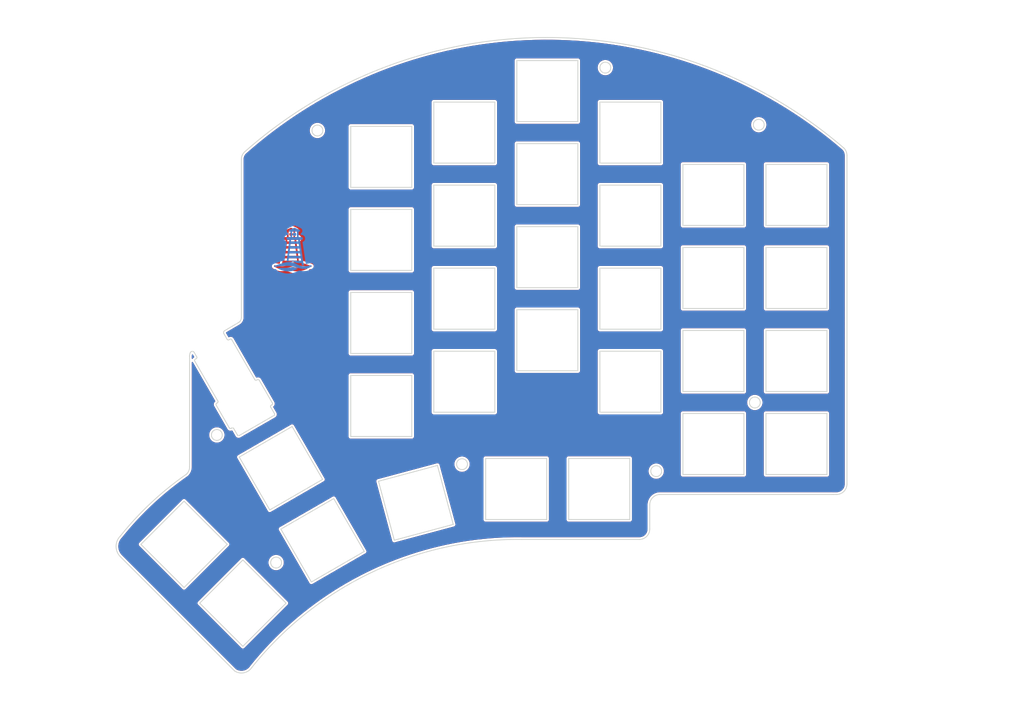
<source format=kicad_pcb>
(kicad_pcb (version 20240108) (generator "pcbnew") (generator_version "8.0")
  (layers (0 "F.Cu" signal) (31 "B.Cu" signal) (34 "B.Paste" user) (35 "F.Paste" user) (36 "B.SilkS" user "B.Silkscreen") (37 "F.SilkS" user "F.Silkscreen") (38 "B.Mask" user) (39 "F.Mask" user) (44 "Edge.Cuts" user))
  (net 0 "")
  (footprint "Keyboard_Components:Crab" (layer "F.Cu") (at 94.234761 61.549277)
    (property "Reference" "G***" (hide yes))
    (property "Value" "Crab")
  )
  (footprint "Keyboard_Components:Leuchtturm_10x10" (layer "F.Cu") (at 94.82 77.16)
    (property "Reference" "Ref**" (hide yes))
    (property "Value" "Val**" (hide yes))
    (fp_poly (pts (xy -0.767892 -3.86589) (xy -0.659525 -3.812401) (xy -0.575477 -3.724979) (xy -0.548512 -3.679429) (xy -0.513844 -3.571208) (xy -0.509172 -3.452542) (xy -0.533398 -3.338219) (xy -0.580468 -3.249321) (xy -0.670653 -3.163931) (xy -0.780952 -3.111237) (xy -0.902044 -3.093509) (xy -1.024606 -3.113018) (xy -1.068917 -3.130339) (xy -1.174324 -3.19738) (xy -1.245416 -3.287226) (xy -1.280307 -3.379015) (xy -1.295669 -3.512702) (xy -1.27401 -3.63339) (xy -1.219197 -3.735968) (xy -1.135099 -3.815328) (xy -1.025584 -3.866358) (xy -0.898038 -3.88396) (xy -0.767892 -3.86589)) (stroke (width 0.01)) (fill solid) (layer "F.Cu"))
    (fp_poly (pts (xy -0.232833 4.05055) (xy -0.069437 4.086895) (xy 0.098444 4.118097) (xy 0.275389 4.144537) (xy 0.465978 4.166596) (xy 0.674791 4.184656) (xy 0.906409 4.199096) (xy 1.165411 4.210298) (xy 1.456379 4.218642) (xy 1.783892 4.224509) (xy 1.87325 4.225648) (xy 2.091108 4.228316) (xy 2.270576 4.23082) (xy 2.415594 4.233377) (xy 2.530102 4.236201) (xy 2.618041 4.239509) (xy 2.683353 4.243517) (xy 2.729977 4.248441) (xy 2.761855 4.254497) (xy 2.782928 4.2619) (xy 2.797135 4.270867) (xy 2.803538 4.276629) (xy 2.831498 4.315735) (xy 2.829095 4.360686) (xy 2.824234 4.375751) (xy 2.810303 4.4023) (xy 2.784209 4.427477) (xy 2.73947 4.455148) (xy 2.669602 4.48918) (xy 2.568122 4.533439) (xy 2.539529 4.545512) (xy 2.072209 4.721466) (xy 1.607204 4.855193) (xy 1.144381 4.946732) (xy 1.030791 4.962797) (xy 0.886516 4.977228) (xy 0.719153 4.98688) (xy 0.539436 4.991755) (xy 0.358102 4.991858) (xy 0.185887 4.987192) (xy 0.033524 4.97776) (xy -0.08825 4.963567) (xy -0.09525 4.962413) (xy -0.311546 4.917002) (xy -0.548414 4.849996) (xy -0.809429 4.760204) (xy -1.098161 4.646438) (xy -1.291167 4.563996) (xy -1.398819 4.515976) (xy -1.473126 4.480154) (xy -1.519984 4.452851) (xy -1.545291 4.430385) (xy -1.554943 4.409078) (xy -1.55575 4.398898) (xy -1.551221 4.374698) (xy -1.532881 4.353821) (xy -1.493595 4.332037) (xy -1.426234 4.305114) (xy -1.354667 4.279586) (xy -1.262785 4.248515) (xy -1.142992 4.209442) (xy -1.007958 4.166425) (xy -0.870351 4.123522) (xy -0.804333 4.103317) (xy -0.455083 3.997212) (xy -0.232833 4.05055)) (stroke (width 0.01)) (fill solid) (layer "F.Cu"))
    (fp_poly (pts (xy 0.504911 2.875718) (xy 0.707311 2.889824) (xy 0.88882 2.912445) (xy 0.910167 2.915994) (xy 1.201964 2.973193) (xy 1.525656 3.04952) (xy 1.876176 3.143468) (xy 2.248458 3.253527) (xy 2.637434 3.378188) (xy 3.038037 3.515941) (xy 3.445201 3.665279) (xy 3.514505 3.691632) (xy 3.639635 3.742358) (xy 3.727303 3.785926) (xy 3.781043 3.825739) (xy 3.804386 3.865203) (xy 3.800866 3.907721) (xy 3.780163 3.947634) (xy 3.769543 3.964871) (xy 3.759627 3.978517) (xy 3.746066 3.988346) (xy 3.724511 3.994134) (xy 3.690612 3.995657) (xy 3.640019 3.99269) (xy 3.568384 3.985009) (xy 3.471357 3.972389) (xy 3.344588 3.954605) (xy 3.183728 3.931434) (xy 3.026833 3.908761) (xy 2.644182 3.856085) (xy 2.29346 3.81342) (xy 1.965643 3.780059) (xy 1.651706 3.755294) (xy 1.342625 3.73842) (xy 1.029375 3.728729) (xy 0.702932 3.725513) (xy 0.687917 3.725509) (xy 0.479044 3.726593) (xy 0.295556 3.730575) (xy 0.130715 3.738638) (xy -0.022215 3.751967) (xy -0.16997 3.771746) (xy -0.319287 3.799156) (xy -0.476902 3.835383) (xy -0.649551 3.881609) (xy -0.843971 3.939018) (xy -1.066898 4.008794) (xy -1.23825 4.063923) (xy -1.572339 4.16861) (xy -1.870055 4.254351) (xy -2.132708 4.321487) (xy -2.361608 4.370363) (xy -2.486891 4.391608) (xy -2.601848 4.405702) (xy -2.73981 4.417795) (xy -2.889206 4.427343) (xy -3.038462 4.433798) (xy -3.176007 4.436615) (xy -3.290269 4.435248) (xy -3.344333 4.43206) (xy -3.644205 4.387152) (xy -3.938353 4.305475) (xy -4.233341 4.185076) (xy -4.324676 4.14025) (xy -4.487102 4.054875) (xy -4.612571 3.982794) (xy -4.703684 3.922232) (xy -4.763047 3.871413) (xy -4.79326 3.828562) (xy -4.796732 3.818231) (xy -4.798439 3.735473) (xy -4.765134 3.663049) (xy -4.716636 3.62119) (xy -4.692115 3.609868) (xy -4.663797 3.604594) (xy -4.62448 3.606265) (xy -4.56696 3.615779) (xy -4.484036 3.634035) (xy -4.368505 3.661931) (xy -4.346499 3.667353) (xy -3.988422 3.746032) (xy -3.651989 3.799195) (xy -3.326205 3.828284) (xy -3.069167 3.835195) (xy -2.835477 3.830171) (xy -2.628514 3.813198) (xy -2.438154 3.781672) (xy -2.254273 3.732995) (xy -2.06675 3.664563) (xy -1.865459 3.573777) (xy -1.67651 3.477373) (xy -1.451886 3.3592) (xy -1.258555 3.260097) (xy -1.091183 3.177908) (xy -0.944436 3.110476) (xy -0.812982 3.055644) (xy -0.691485 3.011256) (xy -0.574612 2.975156) (xy -0.45703 2.945185) (xy -0.333405 2.919189) (xy -0.264583 2.906458) (xy -0.103126 2.885496) (xy 0.087243 2.873453) (xy 0.294072 2.870227) (xy 0.504911 2.875718)) (stroke (width 0.01)) (fill solid) (layer "F.Cu"))
    (fp_poly (pts (xy -0.862721 -4.986164) (xy -0.787898 -4.959194) (xy -0.681353 -4.915787) (xy -0.546143 -4.857219) (xy -0.385323 -4.78477) (xy -0.257145 -4.725545) (xy -0.080556 -4.642777) (xy 0.061055 -4.574867) (xy 0.171281 -4.519229) (xy 0.253717 -4.473279) (xy 0.311955 -4.434432) (xy 0.349592 -4.400102) (xy 0.37022 -4.367705) (xy 0.377433 -4.334656) (xy 0.374826 -4.29837) (xy 0.370134 -4.27438) (xy 0.334104 -4.199037) (xy 0.265745 -4.150118) (xy 0.166506 -4.128527) (xy 0.134729 -4.1275) (xy 0.021167 -4.1275) (xy 0.021167 -2.8575) (xy 0.35315 -2.8575) (xy 0.511764 -2.855408) (xy 0.634278 -2.847839) (xy 0.726779 -2.83285) (xy 0.795352 -2.808501) (xy 0.846083 -2.77285) (xy 0.885058 -2.723955) (xy 0.908894 -2.680212) (xy 0.942995 -2.59149) (xy 0.948169 -2.513956) (xy 0.924572 -2.429265) (xy 0.911292 -2.398367) (xy 0.867114 -2.325893) (xy 0.806624 -2.274864) (xy 0.723323 -2.24251) (xy 0.610711 -2.226064) (xy 0.49826 -2.2225) (xy 0.397065 -2.22079) (xy 0.333246 -2.215238) (xy 0.301966 -2.205207) (xy 0.296791 -2.196042) (xy 0.299421 -2.171986) (xy 0.306971 -2.108573) (xy 0.319115 -2.008453) (xy 0.335524 -1.874276) (xy 0.355871 -1.708693) (xy 0.37983 -1.514353) (xy 0.407072 -1.293907) (xy 0.437271 -1.050003) (xy 0.4701 -0.785293) (xy 0.50523 -0.502426) (xy 0.542335 -0.204053) (xy 0.581087 0.107177) (xy 0.600704 0.264583) (xy 0.640076 0.580684) (xy 0.6779 0.884909) (xy 0.713855 1.17464) (xy 0.74762 1.447259) (xy 0.77887 1.700145) (xy 0.807286 1.930682) (xy 0.832544 2.136248) (xy 0.854322 2.314227) (xy 0.872299 2.461999) (xy 0.886153 2.576946) (xy 0.895561 2.656448) (xy 0.900201 2.697886) (xy 0.900631 2.703518) (xy 0.879718 2.702654) (xy 0.828427 2.69576) (xy 0.76076 2.684813) (xy 0.691575 2.676723) (xy 0.591176 2.66997) (xy 0.470674 2.665068) (xy 0.34118 2.662532) (xy 0.275167 2.662316) (xy -0.051105 2.674939) (xy -0.351667 2.712422) (xy -0.636622 2.777051) (xy -0.916076 2.871116) (xy -1.198313 2.996011) (xy -1.433543 3.1115) (xy -2.534503 3.1115) (xy -2.571115 3.353699) (xy -2.586539 3.458631) (xy -2.600423 3.530219) (xy -2.620393 3.575517) (xy -2.654079 3.601581) (xy -2.709107 3.615465) (xy -2.793107 3.624223) (xy -2.870801 3.630863) (xy -2.948807 3.637335) (xy -2.993238 3.637727) (xy -3.01267 3.629874) (xy -3.01568 3.611613) (xy -3.0132 3.594931) (xy -3.009083 3.568335) (xy -2.999064 3.502348) (xy -2.983513 3.399441) (xy -2.962802 3.26209) (xy -2.937304 3.092768) (xy -2.907391 2.893948) (xy -2.873433 2.668104) (xy -2.857363 2.561167) (xy -2.454275 2.561167) (xy -0.982295 2.561167) (xy -0.696809 2.561122) (xy -0.450765 2.560939) (xy -0.24127 2.560544) (xy -0.065432 2.559864) (xy 0.079641 2.558826) (xy 0.196841 2.557356) (xy 0.289061 2.555382) (xy 0.359191 2.552829) (xy 0.410124 2.549625) (xy 0.444753 2.545695) (xy 0.465969 2.540968) (xy 0.476665 2.535369) (xy 0.479732 2.528826) (xy 0.479032 2.524125) (xy 0.472501 2.488854) (xy 0.462975 2.421684) (xy 0.451822 2.332827) (xy 0.442203 2.248958) (xy 0.416028 2.010833) (xy -0.977319 2.010833) (xy -1.215912 2.010993) (xy -1.441604 2.011454) (xy -1.650903 2.012189) (xy -1.840316 2.013172) (xy -2.006352 2.014374) (xy -2.145516 2.01577) (xy -2.254316 2.017331) (xy -2.32926 2.019032) (xy -2.366854 2.020843) (xy -2.370667 2.021644) (xy -2.373703 2.045915) (xy -2.381762 2.101684) (xy -2.393267 2.178635) (xy -2.406645 2.266452) (xy -2.420321 2.354816) (xy -2.432718 2.433412) (xy -2.442262 2.491922) (xy -2.444149 2.502958) (xy -2.454275 2.561167) (xy -2.857363 2.561167) (xy -2.835804 2.417709) (xy -2.794875 2.145238) (xy -2.751018 1.853164) (xy -2.704604 1.54396) (xy -2.692081 1.4605) (xy -2.287918 1.4605) (xy -0.974626 1.4605) (xy -0.705951 1.460446) (xy -0.476528 1.460227) (xy -0.283275 1.459755) (xy -0.123109 1.458943) (xy 0.007051 1.457706) (xy 0.110286 1.455954) (xy 0.189679 1.453603) (xy 0.248312 1.450564) (xy 0.289266 1.44675) (xy 0.315623 1.442075) (xy 0.330464 1.436452) (xy 0.336873 1.429794) (xy 0.337996 1.423458) (xy 0.334947 1.387812) (xy 0.327247 1.320887) (xy 0.316171 1.233322) (xy 0.306917 1.164167) (xy 0.294274 1.069823) (xy 0.284066 0.989963) (xy 0.277547 0.934629) (xy 0.275837 0.915458) (xy 0.267475 0.90968) (xy 0.240927 0.90475) (xy 0.193527 0.900611) (xy 0.122611 0.897206) (xy 0.025512 0.894478) (xy -0.100435 0.89237) (xy -0.257894 0.890825) (xy -0.449533 0.889787) (xy -0.678016 0.889197) (xy -0.946008 0.889) (xy -0.963083 0.889) (xy -1.187667 0.889179) (xy -1.399137 0.889696) (xy -1.59379 0.890518) (xy -1.767921 0.891612) (xy -1.917824 0.892946) (xy -2.039795 0.894488) (xy -2.130128 0.896206) (xy -2.185119 0.898067) (xy -2.201333 0.899811) (xy -2.204374 0.92385) (xy -2.212478 0.979717) (xy -2.224122 1.05742) (xy -2.23778 1.146969) (xy -2.251928 1.238374) (xy -2.26504 1.321645) (xy -2.275592 1.38679) (xy -2.276412 1.391708) (xy -2.287918 1.4605) (xy -2.692081 1.4605) (xy -2.656006 1.220101) (xy -2.605596 0.884059) (xy -2.582528 0.73025) (xy -2.531361 0.389154) (xy -2.521401 0.322792) (xy -2.116282 0.322792) (xy -2.095827 0.325763) (xy -2.036864 0.328554) (xy -1.94322 0.331111) (xy -1.818719 0.333382) (xy -1.667188 0.335316) (xy -1.492452 0.336858) (xy -1.298337 0.337958) (xy -1.088669 0.338563) (xy -0.956313 0.338667) (xy 0.20404 0.338667) (xy 0.174764 0.079375) (xy 0.162813 -0.022622) (xy 0.15173 -0.110288) (xy 0.142729 -0.174469) (xy 0.137022 -0.206008) (xy 0.136908 -0.206375) (xy 0.126276 -0.212554) (xy 0.096825 -0.217762) (xy 0.04572 -0.222068) (xy -0.029876 -0.225541) (xy -0.1328 -0.228249) (xy -0.265887 -0.230261) (xy -0.431975 -0.231648) (xy -0.6339 -0.232476) (xy -0.874498 -0.232816) (xy -0.951836 -0.232833) (xy -1.161214 -0.232532) (xy -1.35723 -0.231667) (xy -1.535915 -0.230296) (xy -1.693301 -0.228478) (xy -1.825419 -0.226271) (xy -1.9283 -0.223733) (xy -1.997976 -0.220923) (xy -2.030477 -0.217898) (xy -2.032385 -0.216958) (xy -2.035776 -0.191016) (xy -2.044731 -0.132008) (xy -2.057898 -0.04863) (xy -2.073925 0.050419) (xy -2.074333 0.052917) (xy -2.090413 0.152235) (xy -2.103664 0.23609) (xy -2.112736 0.295786) (xy -2.116276 0.322623) (xy -2.116282 0.322792) (xy -2.521401 0.322792) (xy -2.481789 0.05888) (xy -2.43419 -0.258077) (xy -2.388939 -0.559219) (xy -2.35288 -0.799042) (xy -1.946514 -0.799042) (xy -1.926201 -0.795856) (xy -1.867662 -0.792884) (xy -1.775004 -0.79019) (xy -1.652335 -0.787839) (xy -1.503762 -0.785897) (xy -1.333392 -0.784427) (xy -1.145332 -0.783496) (xy -0.943689 -0.783167) (xy -0.941917 -0.783167) (xy -0.700079 -0.783387) (xy -0.497637 -0.784101) (xy -0.331659 -0.785385) (xy -0.199208 -0.787316) (xy -0.097351 -0.789971) (xy -0.023154 -0.793429) (xy 0.026319 -0.797766) (xy 0.054 -0.803059) (xy 0.062826 -0.809386) (xy 0.062829 -0.809625) (xy 0.05981 -0.840609) (xy 0.052183 -0.903478) (xy 0.041201 -0.988189) (xy 0.03175 -1.058333) (xy 0.019168 -1.151292) (xy 0.008988 -1.228392) (xy 0.002447 -1.28016) (xy 0.00067 -1.296679) (xy -0.019927 -1.299903) (xy -0.078591 -1.302668) (xy -0.171054 -1.304925) (xy -0.29305 -1.306626) (xy -0.440314 -1.307723) (xy -0.608579 -1.308168) (xy -0.793581 -1.307913) (xy -0.935697 -1.307262) (xy -1.871393 -1.30175) (xy -1.908544 -1.058333) (xy -1.923257 -0.961076) (xy -1.935364 -0.879425) (xy -1.943556 -0.822318) (xy -1.946514 -0.799042) (xy -2.35288 -0.799042) (xy -2.346412 -0.842052) (xy -2.306985 -1.104079) (xy -2.271034 -1.342804) (xy -2.238935 -1.555731) (xy -2.211064 -1.740365) (xy -2.192568 -1.862667) (xy -1.783454 -1.862667) (xy -0.922051 -1.862667) (xy -0.708346 -1.862755) (xy -0.53322 -1.863129) (xy -0.392919 -1.863953) (xy -0.283688 -1.865389) (xy -0.201773 -1.867601) (xy -0.14342 -1.870753) (xy -0.104873 -1.875008) (xy -0.08238 -1.88053) (xy -0.072186 -1.887481) (xy -0.070535 -1.896027) (xy -0.071363 -1.899708) (xy -0.078911 -1.93912) (xy -0.088126 -2.005773) (xy -0.096422 -2.079625) (xy -0.110765 -2.2225) (xy -1.730956 -2.2225) (xy -1.743156 -2.153708) (xy -1.753155 -2.091061) (xy -1.764518 -2.011115) (xy -1.769405 -1.973792) (xy -1.783454 -1.862667) (xy -2.192568 -1.862667) (xy -2.187797 -1.894208) (xy -2.16951 -2.014766) (xy -2.156579 -2.099542) (xy -2.14938 -2.14604) (xy -2.148128 -2.153708) (xy -2.135915 -2.2225) (xy -2.353833 -2.222533) (xy -2.469364 -2.224746) (xy -2.55245 -2.232167) (xy -2.612792 -2.246029) (xy -2.645412 -2.259575) (xy -2.731876 -2.323911) (xy -2.787925 -2.408884) (xy -2.813558 -2.505684) (xy -2.808775 -2.605503) (xy -2.773576 -2.699532) (xy -2.707961 -2.778964) (xy -2.645412 -2.820426) (xy -2.611198 -2.834406) (xy -2.568103 -2.84447) (xy -2.509094 -2.851212) (xy -2.427138 -2.855225) (xy -2.315202 -2.857103) (xy -2.206625 -2.857467) (xy -1.8415 -2.8575) (xy -1.8415 -4.1275) (xy -1.4605 -4.1275) (xy -1.4605 -2.8575) (xy -0.338667 -2.8575) (xy -0.338667 -4.1275) (xy -1.4605 -4.1275) (xy -1.8415 -4.1275) (xy -1.948962 -4.1275) (xy -2.021008 -4.131866) (xy -2.070545 -4.149675) (xy -2.116914 -4.187995) (xy -2.118295 -4.189372) (xy -2.167561 -4.261971) (xy -2.178962 -4.338376) (xy -2.1516 -4.410196) (xy -2.143125 -4.42123) (xy -2.112336 -4.443844) (xy -2.048631 -4.480269) (xy -2.028946 -4.490579) (xy -1.17475 -4.490579) (xy -0.899583 -4.490773) (xy -0.624417 -4.490967) (xy -0.751417 -4.551608) (xy -0.819345 -4.58275) (xy -0.872958 -4.604972) (xy -0.899583 -4.613225) (xy -0.928265 -4.605019) (xy -0.982672 -4.582602) (xy -1.04775 -4.55239) (xy -1.17475 -4.490579) (xy -2.028946 -4.490579) (xy -1.958036 -4.527718) (xy -1.846577 -4.5834) (xy -1.72028 -4.644525) (xy -1.585173 -4.708305) (xy -1.447279 -4.771949) (xy -1.312627 -4.832667) (xy -1.187241 -4.887671) (xy -1.077148 -4.93417) (xy -0.988375 -4.969376) (xy -0.926946 -4.990497) (xy -0.902767 -4.995419) (xy -0.862721 -4.986164)) (stroke (width 0.01)) (fill solid) (layer "F.Cu"))
    (fp_poly (pts (xy 0.039139 -3.864823) (xy 0.136058 -3.813245) (xy 0.215729 -3.73681) (xy 0.271257 -3.638254) (xy 0.295751 -3.520315) (xy 0.296333 -3.498096) (xy 0.28088 -3.379226) (xy 0.238197 -3.271717) (xy 0.176103 -3.191682) (xy 0.087229 -3.13505) (xy -0.020548 -3.101506) (xy -0.132731 -3.093227) (xy -0.234824 -3.112391) (xy -0.264583 -3.125505) (xy -0.373567 -3.203427) (xy -0.449579 -3.300842) (xy -0.491373 -3.410998) (xy -0.497704 -3.527143) (xy -0.467324 -3.642528) (xy -0.398987 -3.7504) (xy -0.38318 -3.767848) (xy -0.286189 -3.843058) (xy -0.178877 -3.882466) (xy -0.068137 -3.888809) (xy 0.039139 -3.864823)) (stroke (width 0.01)) (fill solid) (layer "B.Cu"))
    (fp_poly (pts (xy -0.515657 4.015713) (xy -0.4577 4.026163) (xy -0.384756 4.04462) (xy -0.291513 4.071993) (xy -0.172657 4.109189) (xy -0.022876 4.157117) (xy 0.122749 4.203785) (xy 0.266184 4.250897) (xy 0.386399 4.292931) (xy 0.479046 4.32823) (xy 0.53978 4.355136) (xy 0.564254 4.371993) (xy 0.564326 4.372168) (xy 0.568046 4.396626) (xy 0.556649 4.420841) (xy 0.525673 4.447633) (xy 0.47066 4.479823) (xy 0.38715 4.52023) (xy 0.270681 4.571675) (xy 0.2032 4.600507) (xy -0.008047 4.688422) (xy -0.189945 4.760002) (xy -0.350838 4.818179) (xy -0.499068 4.86589) (xy -0.642978 4.906069) (xy -0.719667 4.925149) (xy -0.80296 4.943922) (xy -0.880306 4.958067) (xy -0.960527 4.968388) (xy -1.052446 4.975688) (xy -1.164884 4.980773) (xy -1.306663 4.984446) (xy -1.386417 4.985921) (xy -1.593265 4.987628) (xy -1.765167 4.984855) (xy -1.909297 4.977348) (xy -2.03283 4.96485) (xy -2.053167 4.962088) (xy -2.456669 4.888843) (xy -2.869967 4.782888) (xy -3.280831 4.647664) (xy -3.556218 4.539217) (xy -3.674461 4.486536) (xy -3.756357 4.442104) (xy -3.806057 4.401846) (xy -3.827714 4.361684) (xy -3.825478 4.317543) (xy -3.813852 4.28625) (xy -3.783652 4.247343) (xy -3.752246 4.234134) (xy -3.723459 4.234083) (xy -3.657057 4.233601) (xy -3.557756 4.232732) (xy -3.430272 4.231522) (xy -3.27932 4.230017) (xy -3.109617 4.228261) (xy -2.925879 4.226299) (xy -2.8575 4.225555) (xy -2.49688 4.219781) (xy -2.17451 4.210578) (xy -1.886418 4.197617) (xy -1.628636 4.180567) (xy -1.397193 4.159099) (xy -1.188119 4.132883) (xy -0.997443 4.101589) (xy -0.821196 4.064886) (xy -0.766588 4.051795) (xy -0.703873 4.035827) (xy -0.652736 4.023327) (xy -0.607862 4.015203) (xy -0.56394 4.012362) (xy -0.515657 4.015713)) (stroke (width 0.01)) (fill solid) (layer "B.Cu"))
    (fp_poly (pts (xy -1.050738 2.8764) (xy -0.831817 2.893965) (xy -0.626736 2.925327) (xy -0.427827 2.972673) (xy -0.227421 3.038188) (xy -0.017852 3.124058) (xy 0.208549 3.232468) (xy 0.45945 3.365604) (xy 0.473824 3.373528) (xy 0.692169 3.490933) (xy 0.883718 3.586176) (xy 1.056011 3.661857) (xy 1.216587 3.720574) (xy 1.372987 3.764927) (xy 1.532751 3.797515) (xy 1.703419 3.820937) (xy 1.799167 3.830374) (xy 2.049277 3.840558) (xy 2.328217 3.830718) (xy 2.627992 3.801717) (xy 2.940609 3.754414) (xy 3.258073 3.689673) (xy 3.382087 3.659729) (xy 3.510867 3.629032) (xy 3.605954 3.611927) (xy 3.673923 3.608952) (xy 3.721353 3.62065) (xy 3.75482 3.647562) (xy 3.780903 3.690227) (xy 3.782054 3.692621) (xy 3.802909 3.759957) (xy 3.793978 3.82007) (xy 3.752144 3.878491) (xy 3.674294 3.940746) (xy 3.624051 3.973104) (xy 3.379866 4.111276) (xy 3.133692 4.228315) (xy 2.894553 4.320388) (xy 2.67147 4.383667) (xy 2.642468 4.38992) (xy 2.530798 4.407292) (xy 2.389203 4.420835) (xy 2.22996 4.430083) (xy 2.065343 4.43457) (xy 1.907627 4.433828) (xy 1.769088 4.427392) (xy 1.734575 4.424425) (xy 1.560111 4.403837) (xy 1.382137 4.375125) (xy 1.194455 4.336815) (xy 0.99087 4.287436) (xy 0.765184 4.225515) (xy 0.5112 4.149581) (xy 0.306917 4.085273) (xy 0.068517 4.009224) (xy -0.135376 3.945264) (xy -0.310485 3.892303) (xy -0.462532 3.84925) (xy -0.597241 3.815016) (xy -0.720334 3.788509) (xy -0.837533 3.76864) (xy -0.954562 3.754318) (xy -1.077144 3.744453) (xy -1.211 3.737955) (xy -1.361854 3.733733) (xy -1.535429 3.730697) (xy -1.55575 3.730395) (xy -1.886058 3.728656) (xy -2.202007 3.733901) (xy -2.512254 3.746753) (xy -2.825455 3.767839) (xy -3.150267 3.797782) (xy -3.495347 3.837209) (xy -3.86935 3.886745) (xy -4.021667 3.908466) (xy -4.212062 3.936063) (xy -4.364957 3.957988) (xy -4.484755 3.974602) (xy -4.575858 3.986266) (xy -4.642669 3.993337) (xy -4.689589 3.996178) (xy -4.72102 3.995146) (xy -4.741365 3.990602) (xy -4.755026 3.982905) (xy -4.766406 3.972416) (xy -4.769247 3.969562) (xy -4.800402 3.913091) (xy -4.797805 3.851023) (xy -4.767792 3.805161) (xy -4.729595 3.782608) (xy -4.655768 3.749106) (xy -4.551091 3.706332) (xy -4.420341 3.65596) (xy -4.268297 3.599668) (xy -4.099735 3.539132) (xy -3.919435 3.476027) (xy -3.732173 3.412028) (xy -3.54273 3.348814) (xy -3.355881 3.288058) (xy -3.176406 3.231438) (xy -3.009083 3.180629) (xy -2.884202 3.144451) (xy -2.588711 3.064109) (xy -2.325795 2.999323) (xy -2.089104 2.949001) (xy -1.872291 2.912051) (xy -1.669007 2.887381) (xy -1.472903 2.8739) (xy -1.291167 2.870448) (xy -1.050738 2.8764)) (stroke (width 0.01)) (fill solid) (layer "B.Cu"))
    (fp_poly (pts (xy -0.058455 -4.986291) (xy 0.014573 -4.959858) (xy 0.118305 -4.917633) (xy 0.24913 -4.861127) (xy 0.40344 -4.791853) (xy 0.547188 -4.725545) (xy 0.71882 -4.645004) (xy 0.855592 -4.579521) (xy 0.961359 -4.527022) (xy 1.039973 -4.485437) (xy 1.09529 -4.452694) (xy 1.131162 -4.426721) (xy 1.151444 -4.405447) (xy 1.15573 -4.398426) (xy 1.18249 -4.320113) (xy 1.171208 -4.252873) (xy 1.123461 -4.189372) (xy 1.080346 -4.15241) (xy 1.035752 -4.133875) (xy 0.972305 -4.127793) (xy 0.943545 -4.1275) (xy 0.8255 -4.1275) (xy 0.8255 -2.8575) (xy 1.201538 -2.8575) (xy 1.340808 -2.856979) (xy 1.444731 -2.855009) (xy 1.520289 -2.850982) (xy 1.574459 -2.844289) (xy 1.614222 -2.83432) (xy 1.646557 -2.820467) (xy 1.650649 -2.818311) (xy 1.737627 -2.75446) (xy 1.790782 -2.671059) (xy 1.814785 -2.560677) (xy 1.815113 -2.556753) (xy 1.816785 -2.479666) (xy 1.803657 -2.423046) (xy 1.774172 -2.370667) (xy 1.723559 -2.308903) (xy 1.663616 -2.266173) (xy 1.58606 -2.239516) (xy 1.482604 -2.225967) (xy 1.359958 -2.222533) (xy 1.269905 -2.221452) (xy 1.19811 -2.218558) (xy 1.153422 -2.214334) (xy 1.143 -2.210738) (xy 1.146092 -2.188784) (xy 1.15513 -2.127369) (xy 1.169753 -2.028893) (xy 1.189602 -1.895758) (xy 1.214317 -1.730363) (xy 1.243539 -1.535109) (xy 1.276906 -1.312396) (xy 1.314061 -1.064625) (xy 1.354642 -0.794197) (xy 1.398291 -0.50351) (xy 1.444647 -0.194967) (xy 1.493352 0.129033) (xy 1.544044 0.46609) (xy 1.576917 0.684577) (xy 1.628726 1.02913) (xy 1.678771 1.362456) (xy 1.72669 1.682126) (xy 1.772124 1.985714) (xy 1.814711 2.270792) (xy 1.854091 2.534932) (xy 1.889902 2.775707) (xy 1.921785 2.99069) (xy 1.949378 3.177453) (xy 1.97232 3.333569) (xy 1.990252 3.45661) (xy 2.002811 3.544149) (xy 2.009638 3.593758) (xy 2.010833 3.604398) (xy 2.008566 3.621676) (xy 1.997052 3.632229) (xy 1.969224 3.63655) (xy 1.918011 3.635128) (xy 1.836346 3.628456) (xy 1.763865 3.621564) (xy 1.693018 3.612755) (xy 1.640136 3.602574) (xy 1.619044 3.594623) (xy 1.610502 3.569036) (xy 1.598245 3.510573) (xy 1.58401 3.428343) (xy 1.571564 3.345915) (xy 1.538353 3.1115) (xy 0.431808 3.1115) (xy 0.200029 2.997308) (xy -0.076536 2.873885) (xy -0.34672 2.781118) (xy -0.620969 2.71663) (xy -0.909729 2.678042) (xy -1.223444 2.662976) (xy -1.27 2.662608) (xy -1.399799 2.663655) (xy -1.52628 2.667339) (xy -1.638334 2.673152) (xy -1.724848 2.680585) (xy -1.755593 2.684843) (xy -1.825751 2.696104) (xy -1.876655 2.702757) (xy -1.896808 2.703414) (xy -1.894882 2.682204) (xy -1.888035 2.621595) (xy -1.880933 2.561167) (xy -1.486256 2.561167) (xy 1.454056 2.561167) (xy 1.41527 2.312458) (xy 1.400044 2.212865) (xy 1.387569 2.127536) (xy 1.379166 2.065775) (xy 1.376158 2.037292) (xy 1.367991 2.031827) (xy 1.341952 2.027117) (xy 1.29552 2.023116) (xy 1.226172 2.019775) (xy 1.131387 2.017046) (xy 1.008644 2.014881) (xy 0.855419 2.013232) (xy 0.669192 2.012052) (xy 0.447441 2.011293) (xy 0.187643 2.010907) (xy -0.018087 2.010833) (xy -1.412008 2.010833) (xy -1.438098 2.238375) (xy -1.449894 2.336867) (xy -1.461204 2.423662) (xy -1.470528 2.487632) (xy -1.475222 2.513542) (xy -1.486256 2.561167) (xy -1.880933 2.561167) (xy -1.876586 2.524193) (xy -1.860853 2.392606) (xy -1.841154 2.229443) (xy -1.817806 2.037311) (xy -1.791129 1.818817) (xy -1.761439 1.57657) (xy -1.740852 1.409115) (xy -1.3335 1.409115) (xy -1.3335 1.4605) (xy -0.01974 1.4605) (xy 0.248861 1.460448) (xy 0.478188 1.460235) (xy 0.671299 1.459774) (xy 0.831253 1.458978) (xy 0.961108 1.45776) (xy 1.063922 1.456033) (xy 1.142755 1.453711) (xy 1.200665 1.450705) (xy 1.240711 1.44693) (xy 1.26595 1.442299) (xy 1.279443 1.436724) (xy 1.284247 1.430118) (xy 1.283737 1.423458) (xy 1.276735 1.38861) (xy 1.265419 1.321688) (xy 1.251391 1.232535) (xy 1.237229 1.137708) (xy 1.201002 0.889) (xy -1.268082 0.889) (xy -1.279362 0.957792) (xy -1.292187 1.042401) (xy -1.305374 1.139867) (xy -1.317477 1.238127) (xy -1.327049 1.325116) (xy -1.332643 1.388771) (xy -1.3335 1.409115) (xy -1.740852 1.409115) (xy -1.729056 1.313178) (xy -1.694298 1.031248) (xy -1.657482 0.733387) (xy -1.618926 0.422205) (xy -1.608557 0.338667) (xy -1.211089 0.338667) (xy 1.12264 0.338667) (xy 1.1124 0.291042) (xy 1.105255 0.25135) (xy 1.093773 0.180445) (xy 1.079648 0.089016) (xy 1.067142 0.005292) (xy 1.032122 -0.232833) (xy -1.135695 -0.232833) (xy -1.162179 0.005292) (xy -1.173875 0.105861) (xy -1.185136 0.194687) (xy -1.194542 0.261005) (xy -1.199876 0.291042) (xy -1.211089 0.338667) (xy -1.608557 0.338667) (xy -1.596721 0.243313) (xy -1.557286 -0.074203) (xy -1.519329 -0.37986) (xy -1.483175 -0.67105) (xy -1.465973 -0.809625) (xy -1.058274 -0.809625) (xy -1.049881 -0.80326) (xy -1.022715 -0.797932) (xy -0.973843 -0.793562) (xy -0.900331 -0.790075) (xy -0.799245 -0.787393) (xy -0.667652 -0.785438) (xy -0.502618 -0.784133) (xy -0.301209 -0.783402) (xy -0.060492 -0.783167) (xy 0.953306 -0.783167) (xy 0.942993 -0.830792) (xy 0.935235 -0.874034) (xy 0.924058 -0.945283) (xy 0.911634 -1.030582) (xy 0.909239 -1.04775) (xy 0.896707 -1.134174) (xy 0.884804 -1.20928) (xy 0.875764 -1.259109) (xy 0.874521 -1.264708) (xy 0.863244 -1.312333) (xy -0.994027 -1.312333) (xy -1.004332 -1.264708) (xy -1.011144 -1.223367) (xy -1.020676 -1.153456) (xy -1.031469 -1.067278) (xy -1.042064 -0.977139) (xy -1.051003 -0.895342) (xy -1.056827 -0.834192) (xy -1.058274 -0.809625) (xy -1.465973 -0.809625) (xy -1.449147 -0.945165) (xy -1.417569 -1.199596) (xy -1.388763 -1.431734) (xy -1.363055 -1.638971) (xy -1.340767 -1.818699) (xy -1.335318 -1.862667) (xy -0.935055 -1.862667) (xy 0.788577 -1.862667) (xy 0.774175 -1.952625) (xy 0.761246 -2.036745) (xy 0.748696 -2.123358) (xy 0.747426 -2.132542) (xy 0.735079 -2.2225) (xy -0.884193 -2.2225) (xy -0.897747 -2.121958) (xy -0.908952 -2.040799) (xy -0.920309 -1.961443) (xy -0.923177 -1.942042) (xy -0.935055 -1.862667) (xy -1.335318 -1.862667) (xy -1.322223 -1.968308) (xy -1.307746 -2.08519) (xy -1.297661 -2.166736) (xy -1.292291 -2.210338) (xy -1.291464 -2.217208) (xy -1.310987 -2.219454) (xy -1.363792 -2.221226) (xy -1.440828 -2.222294) (xy -1.497872 -2.2225) (xy -1.65052 -2.231257) (xy -1.767522 -2.258923) (xy -1.852082 -2.307592) (xy -1.907407 -2.379356) (xy -1.936699 -2.476309) (xy -1.941008 -2.511965) (xy -1.933754 -2.62616) (xy -1.889849 -2.719221) (xy -1.80888 -2.791902) (xy -1.777241 -2.809875) (xy -1.738355 -2.828087) (xy -1.698872 -2.840986) (xy -1.650702 -2.849474) (xy -1.585755 -2.854452) (xy -1.49594 -2.856824) (xy -1.373168 -2.857491) (xy -1.350182 -2.8575) (xy -1.016 -2.8575) (xy -1.016 -4.1275) (xy -0.656167 -4.1275) (xy -0.656167 -2.8575) (xy 0.465667 -2.8575) (xy 0.465667 -4.1275) (xy -0.656167 -4.1275) (xy -1.016 -4.1275) (xy -1.134045 -4.1275) (xy -1.20779 -4.130725) (xy -1.256811 -4.144384) (xy -1.298482 -4.174451) (xy -1.313962 -4.189372) (xy -1.363158 -4.261817) (xy -1.374673 -4.338008) (xy -1.347592 -4.40943) (xy -1.338792 -4.420832) (xy -1.308105 -4.443208) (xy -1.244505 -4.479425) (xy -1.223153 -4.490579) (xy -0.370417 -4.490579) (xy 0.179917 -4.490967) (xy 0.052917 -4.551608) (xy -0.015011 -4.58275) (xy -0.068625 -4.604972) (xy -0.09525 -4.613225) (xy -0.123932 -4.605019) (xy -0.178339 -4.582602) (xy -0.243417 -4.55239) (xy -0.370417 -4.490579) (xy -1.223153 -4.490579) (xy -1.154007 -4.526698) (xy -1.042632 -4.582243) (xy -0.916395 -4.643274) (xy -0.781315 -4.707007) (xy -0.643409 -4.770657) (xy -0.508695 -4.831439) (xy -0.383191 -4.886568) (xy -0.272915 -4.933259) (xy -0.183884 -4.968728) (xy -0.122116 -4.99019) (xy -0.097171 -4.995419) (xy -0.058455 -4.986291)) (stroke (width 0.01)) (fill solid) (layer "B.Cu"))
  )
  (footprint "Keyboard_Components:Crab" (layer "B.Cu") (at 93.36 61.5 180)
    (property "Reference" "G***" (hide yes))
    (property "Value" "Crab")
  )
  (gr_line (start 107.62 106.04125) (end 121.62 106.04125) (stroke (width 0.2)) (layer "Edge.Cuts"))
  (gr_line (start 218.28125 133.35) (end 219.075 133.35025) (stroke (width 0.2)) (layer "Edge.Cuts"))
  (gr_circle (center 200.325 112.25) (end 201.575 112.25) (stroke (width 0.2)) (fill none) (layer "Edge.Cuts"))
  (gr_line (start 202.87 128.7725) (end 202.87 114.7725) (stroke (width 0.2)) (layer "Edge.Cuts"))
  (gr_line (start 86.027371 107.128172) (end 86.200576 107.028172) (stroke (width 0.2)) (layer "Edge.Cuts"))
  (gr_line (start 159.72 52.86) (end 159.72 66.86) (stroke (width 0.2)) (layer "Edge.Cuts"))
  (gr_line (start 157.62625 139.09125) (end 157.62625 125.09125) (stroke (width 0.2)) (layer "Edge.Cuts"))
  (gr_arc (start 83.216222 54.802438) (mid 151.814087 28.518972) (end 220.758789 53.878699) (stroke (width 0.2)) (layer "Edge.Cuts"))
  (gr_line (start 140.67 43.335) (end 140.67 57.335) (stroke (width 0.2)) (layer "Edge.Cuts"))
  (gr_line (start 121.62 120.04125) (end 107.62 120.04125) (stroke (width 0.2)) (layer "Edge.Cuts"))
  (gr_circle (center 90.5 148.975) (end 91.75 148.975) (stroke (width 0.2)) (fill none) (layer "Edge.Cuts"))
  (gr_line (start 79.275745 144.79125) (end 69.37625 154.690745) (stroke (width 0.2)) (layer "Edge.Cuts"))
  (gr_line (start 140.67 57.335) (end 126.67 57.335) (stroke (width 0.2)) (layer "Edge.Cuts"))
  (gr_line (start 117.607753 143.839464) (end 113.984286 130.316503) (stroke (width 0.2)) (layer "Edge.Cuts"))
  (gr_line (start 216.87 90.6725) (end 202.87 90.6725) (stroke (width 0.2)) (layer "Edge.Cuts"))
  (gr_arc (start 54.768755 147.637495) (mid 53.782376 145.256223) (end 54.768722 142.874938) (stroke (width 0.2)) (layer "Edge.Cuts"))
  (gr_arc (start 221.45625 130.96875) (mid 220.758886 132.65271) (end 219.075 133.35025) (stroke (width 0.2)) (layer "Edge.Cuts"))
  (gr_line (start 197.82 95.7225) (end 197.82 109.7225) (stroke (width 0.2)) (layer "Edge.Cuts"))
  (gr_line (start 89.525576 112.787241) (end 89.352371 112.887241) (stroke (width 0.2)) (layer "Edge.Cuts"))
  (gr_line (start 54.768755 147.637495) (end 80.9625 173.83125) (stroke (width 0.2)) (layer "Edge.Cuts"))
  (gr_line (start 107.62 86.99125) (end 121.62 86.99125) (stroke (width 0.2)) (layer "Edge.Cuts"))
  (gr_arc (start 76.737694 112.83798) (mid 76.707737 112.610344) (end 76.847502 112.428172) (stroke (width 0.2)) (layer "Edge.Cuts"))
  (gr_line (start 86.610384 107.13798) (end 89.635384 112.377434) (stroke (width 0.2)) (layer "Edge.Cuts"))
  (gr_line (start 82.87 148.385505) (end 92.769495 158.285) (stroke (width 0.2)) (layer "Edge.Cuts"))
  (gr_line (start 70.64375 101.6) (end 70.64375 127) (stroke (width 0.2)) (layer "Edge.Cuts"))
  (gr_arc (start 70.64375 127) (mid 70.462529 127.911266) (end 69.946443 128.68386) (stroke (width 0.2)) (layer "Edge.Cuts"))
  (gr_line (start 138.57625 125.09125) (end 152.57625 125.09125) (stroke (width 0.2)) (layer "Edge.Cuts"))
  (gr_arc (start 176.2125 141.2875) (mid 175.514886 142.971063) (end 173.83125 143.6685) (stroke (width 0.2)) (layer "Edge.Cuts"))
  (gr_line (start 197.82 57.6225) (end 197.82 71.6225) (stroke (width 0.2)) (layer "Edge.Cuts"))
  (gr_line (start 216.87 57.6225) (end 216.87 71.6225) (stroke (width 0.2)) (layer "Edge.Cuts"))
  (gr_line (start 145.72 71.91) (end 159.72 71.91) (stroke (width 0.2)) (layer "Edge.Cuts"))
  (gr_line (start 81.630515 119.712593) (end 80.755515 118.197049) (stroke (width 0.2)) (layer "Edge.Cuts"))
  (gr_line (start 126.67 100.485) (end 140.67 100.485) (stroke (width 0.2)) (layer "Edge.Cuts"))
  (gr_line (start 140.67 95.435) (end 126.67 95.435) (stroke (width 0.2)) (layer "Edge.Cuts"))
  (gr_line (start 164.77 114.485) (end 164.77 100.485) (stroke (width 0.2)) (layer "Edge.Cuts"))
  (gr_line (start 138.57625 139.09125) (end 138.57625 125.09125) (stroke (width 0.2)) (layer "Edge.Cuts"))
  (gr_line (start 159.72 90.96) (end 159.72 104.96) (stroke (width 0.2)) (layer "Edge.Cuts"))
  (gr_line (start 164.77 62.385) (end 178.77 62.385) (stroke (width 0.2)) (layer "Edge.Cuts"))
  (gr_line (start 197.82 71.6225) (end 183.82 71.6225) (stroke (width 0.2)) (layer "Edge.Cuts"))
  (gr_line (start 159.72 104.96) (end 145.72 104.96) (stroke (width 0.2)) (layer "Edge.Cuts"))
  (gr_line (start 89.039072 136.890928) (end 82.039072 124.766572) (stroke (width 0.2)) (layer "Edge.Cuts"))
  (gr_line (start 159.72 71.91) (end 159.72 85.91) (stroke (width 0.2)) (layer "Edge.Cuts"))
  (gr_line (start 80.345707 118.087241) (end 80.172502 118.187241) (stroke (width 0.2)) (layer "Edge.Cuts"))
  (gr_line (start 89.242563 113.297049) (end 90.117563 114.812593) (stroke (width 0.2)) (layer "Edge.Cuts"))
  (gr_line (start 77.130515 111.918365) (end 71.830515 102.738495) (stroke (width 0.2)) (layer "Edge.Cuts"))
  (gr_line (start 121.62 67.94125) (end 121.62 81.94125) (stroke (width 0.2)) (layer "Edge.Cuts"))
  (gr_line (start 107.62 48.89125) (end 121.62 48.89125) (stroke (width 0.2)) (layer "Edge.Cuts"))
  (gr_line (start 183.82 90.6725) (end 183.82 76.6725) (stroke (width 0.2)) (layer "Edge.Cuts"))
  (gr_line (start 178.77 57.335) (end 164.77 57.335) (stroke (width 0.2)) (layer "Edge.Cuts"))
  (gr_line (start 216.87 109.7225) (end 202.87 109.7225) (stroke (width 0.2)) (layer "Edge.Cuts"))
  (gr_circle (center 166.025 35.425) (end 167.275 35.425) (stroke (width 0.2)) (fill none) (layer "Edge.Cuts"))
  (gr_line (start 121.62 106.04125) (end 121.62 120.04125) (stroke (width 0.2)) (layer "Edge.Cuts"))
  (gr_line (start 126.67 62.385) (end 140.67 62.385) (stroke (width 0.2)) (layer "Edge.Cuts"))
  (gr_line (start 197.82 76.6725) (end 197.82 90.6725) (stroke (width 0.2)) (layer "Edge.Cuts"))
  (gr_line (start 216.87 95.7225) (end 216.87 109.7225) (stroke (width 0.2)) (layer "Edge.Cuts"))
  (gr_arc (start 70.810349 100.804141) (mid 71.240675 100.505435) (end 71.701381 100.754685) (stroke (width 0.2)) (layer "Edge.Cuts"))
  (gr_line (start 145.72 52.86) (end 159.72 52.86) (stroke (width 0.2)) (layer "Edge.Cuts"))
  (gr_line (start 164.77 76.385) (end 164.77 62.385) (stroke (width 0.2)) (layer "Edge.Cuts"))
  (gr_line (start 159.72 66.86) (end 145.72 66.86) (stroke (width 0.2)) (layer "Edge.Cuts"))
  (gr_line (start 178.77 114.485) (end 164.77 114.485) (stroke (width 0.2)) (layer "Edge.Cuts"))
  (gr_line (start 176.2125 141.2875) (end 176.2125 135.73124) (stroke (width 0.2)) (layer "Edge.Cuts"))
  (gr_line (start 107.62 100.99125) (end 107.62 86.99125) (stroke (width 0.2)) (layer "Edge.Cuts"))
  (gr_circle (center 201.225 48.525) (end 202.475 48.525) (stroke (width 0.2)) (fill none) (layer "Edge.Cuts"))
  (gr_circle (center 99.975 49.85) (end 101.225 49.85) (stroke (width 0.2)) (fill none) (layer "Edge.Cuts"))
  (gr_arc (start 89.635384 112.377434) (mid 89.665334 112.605063) (end 89.525576 112.787241) (stroke (width 0.2)) (layer "Edge.Cuts"))
  (gr_arc (start 90.117563 114.812593) (mid 90.147543 115.04024) (end 90.007756 115.222401) (stroke (width 0.2)) (layer "Edge.Cuts"))
  (gr_line (start 216.87 76.6725) (end 216.87 90.6725) (stroke (width 0.2)) (layer "Edge.Cuts"))
  (gr_arc (start 84.93125 173.0375) (mid 112.493176 151.197507) (end 146.843752 143.668695) (stroke (width 0.2)) (layer "Edge.Cuts"))
  (gr_line (start 157.62625 125.09125) (end 171.62625 125.09125) (stroke (width 0.2)) (layer "Edge.Cuts"))
  (gr_line (start 82.87 168.184495) (end 72.970505 158.285) (stroke (width 0.2)) (layer "Edge.Cuts"))
  (gr_line (start 127.507247 126.693036) (end 131.130714 140.215997) (stroke (width 0.2)) (layer "Edge.Cuts"))
  (gr_line (start 107.62 120.04125) (end 107.62 106.04125) (stroke (width 0.2)) (layer "Edge.Cuts"))
  (gr_line (start 178.77 95.435) (end 164.77 95.435) (stroke (width 0.2)) (layer "Edge.Cuts"))
  (gr_circle (center 177.7 128) (end 178.95 128) (stroke (width 0.2)) (fill none) (layer "Edge.Cuts"))
  (gr_line (start 140.67 114.485) (end 126.67 114.485) (stroke (width 0.2)) (layer "Edge.Cuts"))
  (gr_line (start 202.87 114.7725) (end 216.87 114.7725) (stroke (width 0.2)) (layer "Edge.Cuts"))
  (gr_arc (start 54.768722 142.874938) (mid 61.844442 135.230588) (end 69.946346 128.683752) (stroke (width 0.2)) (layer "Edge.Cuts"))
  (gr_line (start 159.72 33.81) (end 159.72 47.81) (stroke (width 0.2)) (layer "Edge.Cuts"))
  (gr_line (start 79.665206 97.868724) (end 79.907756 97.728688) (stroke (width 0.2)) (layer "Edge.Cuts"))
  (gr_line (start 126.67 81.435) (end 140.67 81.435) (stroke (width 0.2)) (layer "Edge.Cuts"))
  (gr_line (start 183.82 57.6225) (end 197.82 57.6225) (stroke (width 0.2)) (layer "Edge.Cuts"))
  (gr_line (start 80.317563 97.838495) (end 85.617563 107.018365) (stroke (width 0.2)) (layer "Edge.Cuts"))
  (gr_arc (start 80.345707 118.087241) (mid 80.573347 118.05727) (end 80.755515 118.197049) (stroke (width 0.2)) (layer "Edge.Cuts"))
  (gr_line (start 126.67 43.335) (end 140.67 43.335) (stroke (width 0.2)) (layer "Edge.Cuts"))
  (gr_line (start 152.57625 125.09125) (end 152.57625 139.09125) (stroke (width 0.2)) (layer "Edge.Cuts"))
  (gr_arc (start 79.665206 97.868724) (mid 79.437557 97.898696) (end 79.255399 97.758916) (stroke (width 0.2)) (layer "Edge.Cuts"))
  (gr_line (start 110.712178 146.422178) (end 98.587822 153.422178) (stroke (width 0.2)) (layer "Edge.Cuts"))
  (gr_line (start 121.62 81.94125) (end 107.62 81.94125) (stroke (width 0.2)) (layer "Edge.Cuts"))
  (gr_arc (start 86.027371 107.128172) (mid 85.799741 107.158127) (end 85.617563 107.018365) (stroke (width 0.2)) (layer "Edge.Cuts"))
  (gr_line (start 98.587822 153.422178) (end 91.587822 141.297822) (stroke (width 0.2)) (layer "Edge.Cuts"))
  (gr_line (start 164.77 81.435) (end 178.77 81.435) (stroke (width 0.2)) (layer "Edge.Cuts"))
  (gr_line (start 197.82 90.6725) (end 183.82 90.6725) (stroke (width 0.2)) (layer "Edge.Cuts"))
  (gr_line (start 140.67 81.435) (end 140.67 95.435) (stroke (width 0.2)) (layer "Edge.Cuts"))
  (gr_line (start 121.62 86.99125) (end 121.62 100.99125) (stroke (width 0.2)) (layer "Edge.Cuts"))
  (gr_line (start 197.82 109.7225) (end 183.82 109.7225) (stroke (width 0.2)) (layer "Edge.Cuts"))
  (gr_line (start 159.72 85.91) (end 145.72 85.91) (stroke (width 0.2)) (layer "Edge.Cuts"))
  (gr_line (start 69.37625 134.891755) (end 79.275745 144.79125) (stroke (width 0.2)) (layer "Edge.Cuts"))
  (gr_line (start 183.82 128.7725) (end 183.82 114.7725) (stroke (width 0.2)) (layer "Edge.Cuts"))
  (gr_line (start 78.502624 96.455073) (end 79.255399 97.758916) (stroke (width 0.2)) (layer "Edge.Cuts"))
  (gr_line (start 178.77 81.435) (end 178.77 95.435) (stroke (width 0.2)) (layer "Edge.Cuts"))
  (gr_line (start 202.87 57.6225) (end 216.87 57.6225) (stroke (width 0.2)) (layer "Edge.Cuts"))
  (gr_line (start 82.039072 124.766572) (end 94.163428 117.766572) (stroke (width 0.2)) (layer "Edge.Cuts"))
  (gr_line (start 126.67 76.385) (end 126.67 62.385) (stroke (width 0.2)) (layer "Edge.Cuts"))
  (gr_line (start 216.87 114.7725) (end 216.87 128.7725) (stroke (width 0.2)) (layer "Edge.Cuts"))
  (gr_line (start 183.82 76.6725) (end 197.82 76.6725) (stroke (width 0.2)) (layer "Edge.Cuts"))
  (gr_line (start 101.163428 129.890928) (end 89.039072 136.890928) (stroke (width 0.2)) (layer "Edge.Cuts"))
  (gr_line (start 152.57625 139.09125) (end 138.57625 139.09125) (stroke (width 0.2)) (layer "Edge.Cuts"))
  (gr_line (start 72.292679 101.778844) (end 71.701381 100.754685) (stroke (width 0.2)) (layer "Edge.Cuts"))
  (gr_line (start 216.87 71.6225) (end 202.87 71.6225) (stroke (width 0.2)) (layer "Edge.Cuts"))
  (gr_line (start 171.62625 125.09125) (end 171.62625 139.09125) (stroke (width 0.2)) (layer "Edge.Cuts"))
  (gr_line (start 171.62625 139.09125) (end 157.62625 139.09125) (stroke (width 0.2)) (layer "Edge.Cuts"))
  (gr_line (start 107.62 67.94125) (end 121.62 67.94125) (stroke (width 0.2)) (layer "Edge.Cuts"))
  (gr_line (start 113.984286 130.316503) (end 127.507247 126.693036) (stroke (width 0.2)) (layer "Edge.Cuts"))
  (gr_line (start 145.72 90.96) (end 159.72 90.96) (stroke (width 0.2)) (layer "Edge.Cuts"))
  (gr_line (start 82.525 56.55) (end 82.525 92.75) (stroke (width 0.2)) (layer "Edge.Cuts"))
  (gr_arc (start 82.525 56.55) (mid 82.689086 55.604439) (end 83.216327 54.802549) (stroke (width 0.2)) (layer "Edge.Cuts"))
  (gr_arc (start 82.040322 119.822401) (mid 81.812666 119.852386) (end 81.630515 119.712593) (stroke (width 0.2)) (layer "Edge.Cuts"))
  (gr_line (start 107.62 81.94125) (end 107.62 67.94125) (stroke (width 0.2)) (layer "Edge.Cuts"))
  (gr_line (start 126.67 57.335) (end 126.67 43.335) (stroke (width 0.2)) (layer "Edge.Cuts"))
  (gr_line (start 183.82 71.6225) (end 183.82 57.6225) (stroke (width 0.2)) (layer "Edge.Cuts"))
  (gr_line (start 121.62 100.99125) (end 107.62 100.99125) (stroke (width 0.2)) (layer "Edge.Cuts"))
  (gr_line (start 183.82 109.7225) (end 183.82 95.7225) (stroke (width 0.2)) (layer "Edge.Cuts"))
  (gr_line (start 72.970505 158.285) (end 82.87 148.385505) (stroke (width 0.2)) (layer "Edge.Cuts"))
  (gr_line (start 145.72 47.81) (end 145.72 33.81) (stroke (width 0.2)) (layer "Edge.Cuts"))
  (gr_arc (start 82.525 92.75) (mid 82.329705 93.451071) (end 81.800073 93.950201) (stroke (width 0.2)) (layer "Edge.Cuts"))
  (gr_circle (center 133.15 126.4) (end 134.4 126.4) (stroke (width 0.2)) (fill none) (layer "Edge.Cuts"))
  (gr_line (start 164.77 100.485) (end 178.77 100.485) (stroke (width 0.2)) (layer "Edge.Cuts"))
  (gr_line (start 145.72 33.81) (end 159.72 33.81) (stroke (width 0.2)) (layer "Edge.Cuts"))
  (gr_arc (start 77.130515 111.918365) (mid 77.160507 112.146028) (end 77.020707 112.328172) (stroke (width 0.2)) (layer "Edge.Cuts"))
  (gr_line (start 202.87 109.7225) (end 202.87 95.7225) (stroke (width 0.2)) (layer "Edge.Cuts"))
  (gr_line (start 71.940322 102.328688) (end 72.182872 102.188652) (stroke (width 0.2)) (layer "Edge.Cuts"))
  (gr_arc (start 72.292679 101.778844) (mid 72.322623 102.006468) (end 72.182872 102.188652) (stroke (width 0.2)) (layer "Edge.Cuts"))
  (gr_line (start 216.87 128.7725) (end 202.87 128.7725) (stroke (width 0.2)) (layer "Edge.Cuts"))
  (gr_arc (start 176.2125 135.73124) (mid 176.909852 134.047198) (end 178.59375 133.3495) (stroke (width 0.2)) (layer "Edge.Cuts"))
  (gr_arc (start 80.172502 118.187241) (mid 79.944854 118.217209) (end 79.762694 118.077434) (stroke (width 0.2)) (layer "Edge.Cuts"))
  (gr_line (start 221.45625 130.96875) (end 221.456599 55.5625) (stroke (width 0.2)) (layer "Edge.Cuts"))
  (gr_line (start 202.87 71.6225) (end 202.87 57.6225) (stroke (width 0.2)) (layer "Edge.Cuts"))
  (gr_arc (start 89.242563 113.297049) (mid 89.212564 113.069379) (end 89.352371 112.887241) (stroke (width 0.2)) (layer "Edge.Cuts"))
  (gr_line (start 103.712178 134.297822) (end 110.712178 146.422178) (stroke (width 0.2)) (layer "Edge.Cuts"))
  (gr_line (start 183.82 95.7225) (end 197.82 95.7225) (stroke (width 0.2)) (layer "Edge.Cuts"))
  (gr_line (start 178.77 76.385) (end 164.77 76.385) (stroke (width 0.2)) (layer "Edge.Cuts"))
  (gr_line (start 107.62 62.89125) (end 107.62 48.89125) (stroke (width 0.2)) (layer "Edge.Cuts"))
  (gr_line (start 202.87 95.7225) (end 216.87 95.7225) (stroke (width 0.2)) (layer "Edge.Cuts"))
  (gr_line (start 197.82 128.7725) (end 183.82 128.7725) (stroke (width 0.2)) (layer "Edge.Cuts"))
  (gr_line (start 59.476755 144.79125) (end 69.37625 134.891755) (stroke (width 0.2)) (layer "Edge.Cuts"))
  (gr_line (start 146.843751 143.66875) (end 173.83125 143.6685) (stroke (width 0.2)) (layer "Edge.Cuts"))
  (gr_line (start 202.87 90.6725) (end 202.87 76.6725) (stroke (width 0.2)) (layer "Edge.Cuts"))
  (gr_line (start 178.77 43.335) (end 178.77 57.335) (stroke (width 0.2)) (layer "Edge.Cuts"))
  (gr_line (start 178.59375 133.3495) (end 218.28125 133.35) (stroke (width 0.2)) (layer "Edge.Cuts"))
  (gr_line (start 159.72 47.81) (end 145.72 47.81) (stroke (width 0.2)) (layer "Edge.Cuts"))
  (gr_line (start 164.77 57.335) (end 164.77 43.335) (stroke (width 0.2)) (layer "Edge.Cuts"))
  (gr_line (start 197.82 114.7725) (end 197.82 128.7725) (stroke (width 0.2)) (layer "Edge.Cuts"))
  (gr_line (start 140.67 62.385) (end 140.67 76.385) (stroke (width 0.2)) (layer "Edge.Cuts"))
  (gr_line (start 140.67 76.385) (end 126.67 76.385) (stroke (width 0.2)) (layer "Edge.Cuts"))
  (gr_line (start 121.62 62.89125) (end 107.62 62.89125) (stroke (width 0.2)) (layer "Edge.Cuts"))
  (gr_line (start 121.62 48.89125) (end 121.62 62.89125) (stroke (width 0.2)) (layer "Edge.Cuts"))
  (gr_arc (start 220.758789 53.878699) (mid 221.275146 54.651203) (end 221.456599 55.5625) (stroke (width 0.2)) (layer "Edge.Cuts"))
  (gr_arc (start 79.907756 97.728688) (mid 80.135422 97.698689) (end 80.317563 97.838495) (stroke (width 0.2)) (layer "Edge.Cuts"))
  (gr_line (start 92.769495 158.285) (end 82.87 168.184495) (stroke (width 0.2)) (layer "Edge.Cuts"))
  (gr_arc (start 71.830515 102.738495) (mid 71.800545 102.510853) (end 71.940322 102.328688) (stroke (width 0.2)) (layer "Edge.Cuts"))
  (gr_line (start 76.847502 112.428172) (end 77.020707 112.328172) (stroke (width 0.2)) (layer "Edge.Cuts"))
  (gr_line (start 94.163428 117.766572) (end 101.163428 129.890928) (stroke (width 0.2)) (layer "Edge.Cuts"))
  (gr_line (start 178.77 62.385) (end 178.77 76.385) (stroke (width 0.2)) (layer "Edge.Cuts"))
  (gr_line (start 91.587822 141.297822) (end 103.712178 134.297822) (stroke (width 0.2)) (layer "Edge.Cuts"))
  (gr_line (start 202.87 76.6725) (end 216.87 76.6725) (stroke (width 0.2)) (layer "Edge.Cuts"))
  (gr_line (start 81.800073 93.950201) (end 78.68315 95.773506) (stroke (width 0.2)) (layer "Edge.Cuts"))
  (gr_line (start 145.72 66.86) (end 145.72 52.86) (stroke (width 0.2)) (layer "Edge.Cuts"))
  (gr_line (start 178.77 100.485) (end 178.77 114.485) (stroke (width 0.2)) (layer "Edge.Cuts"))
  (gr_arc (start 70.64375 101.6) (mid 70.685846 101.193445) (end 70.810349 100.804141) (stroke (width 0.2)) (layer "Edge.Cuts"))
  (gr_line (start 69.37625 154.690745) (end 59.476755 144.79125) (stroke (width 0.2)) (layer "Edge.Cuts"))
  (gr_line (start 140.67 100.485) (end 140.67 114.485) (stroke (width 0.2)) (layer "Edge.Cuts"))
  (gr_arc (start 86.200576 107.028172) (mid 86.428234 106.998188) (end 86.610384 107.13798) (stroke (width 0.2)) (layer "Edge.Cuts"))
  (gr_circle (center 76.9 119.7) (end 78.15 119.7) (stroke (width 0.2)) (fill none) (layer "Edge.Cuts"))
  (gr_line (start 164.77 43.335) (end 178.77 43.335) (stroke (width 0.2)) (layer "Edge.Cuts"))
  (gr_line (start 126.67 114.485) (end 126.67 100.485) (stroke (width 0.2)) (layer "Edge.Cuts"))
  (gr_line (start 164.77 95.435) (end 164.77 81.435) (stroke (width 0.2)) (layer "Edge.Cuts"))
  (gr_arc (start 84.93125 173.0375) (mid 83.111266 174.25633) (end 80.9625 173.83125) (stroke (width 0.2)) (layer "Edge.Cuts"))
  (gr_line (start 145.72 85.91) (end 145.72 71.91) (stroke (width 0.2)) (layer "Edge.Cuts"))
  (gr_line (start 126.67 95.435) (end 126.67 81.435) (stroke (width 0.2)) (layer "Edge.Cuts"))
  (gr_line (start 90.007756 115.222401) (end 82.040322 119.822401) (stroke (width 0.2)) (layer "Edge.Cuts"))
  (gr_arc (start 78.502624 96.455073) (mid 78.452317 96.077067) (end 78.68315 95.773506) (stroke (width 0.2)) (layer "Edge.Cuts"))
  (gr_line (start 79.762694 118.077434) (end 76.737694 112.83798) (stroke (width 0.2)) (layer "Edge.Cuts"))
  (gr_line (start 131.130714 140.215997) (end 117.607753 143.839464) (stroke (width 0.2)) (layer "Edge.Cuts"))
  (gr_line (start 145.72 104.96) (end 145.72 90.96) (stroke (width 0.2)) (layer "Edge.Cuts"))
  (gr_line (start 183.82 114.7725) (end 197.82 114.7725) (stroke (width 0.2)) (layer "Edge.Cuts"))
  (zone (net 0) (net_name "") (layers "F&B.Cu") (connect_pads (clearance 0.508)) (min_thickness 0.254) (fill yes (thermal_gap 0.508) (thermal_bridge_width 0.508))
    (polygon (pts (xy 261.3 28.99) (xy 262.08 139.71) (xy 156.54 173.16) (xy 45.3 185.6) (xy 27.15 114.56) (xy 74.09 19.91)))
  )
)
</source>
